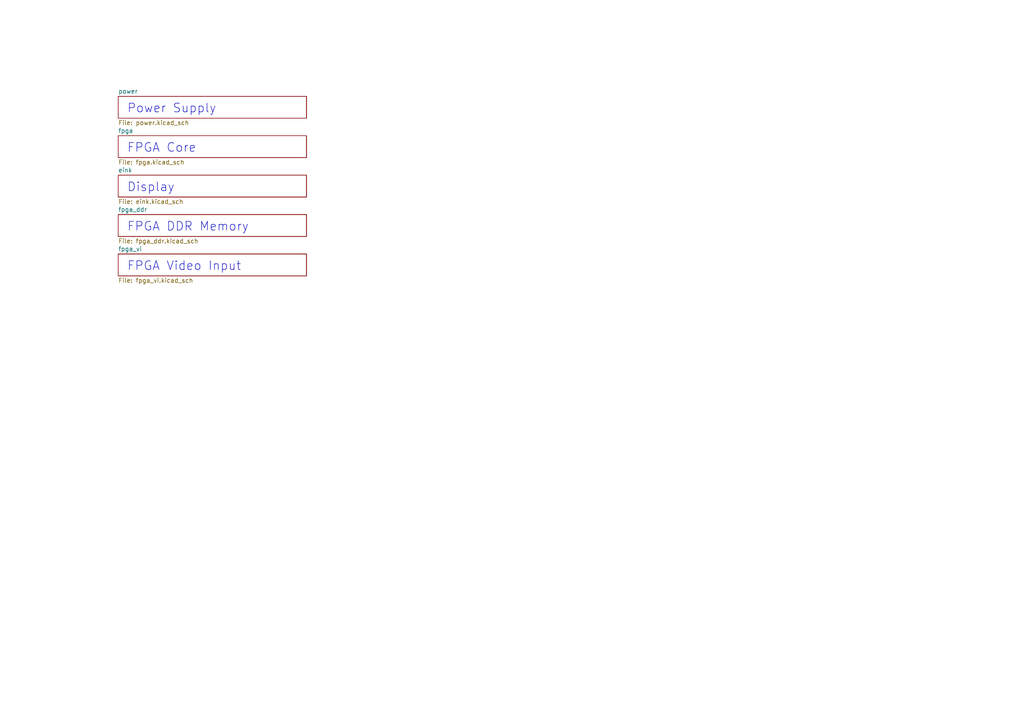
<source format=kicad_sch>
(kicad_sch (version 20210621) (generator eeschema)
  (paper "A4")
  (lib_symbols)
  (text "Power Supply" (at 36.83 33.02 0) (effects (font (size 2.54 2.54)) (justify left bottom)))
  (text "FPGA Core" (at 36.83 44.45 0) (effects (font (size 2.54 2.54)) (justify left bottom)))
  (text "Display" (at 36.83 55.88 0) (effects (font (size 2.54 2.54)) (justify left bottom)))
  (text "FPGA DDR Memory" (at 36.83 67.31 0) (effects (font (size 2.54 2.54)) (justify left bottom)))
  (text "FPGA Video Input" (at 36.83 78.74 0) (effects (font (size 2.54 2.54)) (justify left bottom)))
  (sheet (at 34.29 50.8) (size 54.61 6.35) (stroke (width 0.1524))
    (property "Sheet name" "eink" (at 34.29 50.0884 0) (effects (justify left bottom)))
    (property "Sheet file" "eink.kicad_sch" (at 34.29 57.7346 0) (effects (justify left top)))
  )
  (sheet (at 34.29 39.37) (size 54.61 6.35) (stroke (width 0.1524))
    (property "Sheet name" "fpga" (at 34.29 38.6584 0) (effects (justify left bottom)))
    (property "Sheet file" "fpga.kicad_sch" (at 34.29 46.3046 0) (effects (justify left top)))
  )
  (sheet (at 34.29 62.23) (size 54.61 6.35) (stroke (width 0.1524))
    (property "Sheet name" "fpga_ddr" (at 34.29 61.5184 0) (effects (justify left bottom)))
    (property "Sheet file" "fpga_ddr.kicad_sch" (at 34.29 69.1646 0) (effects (justify left top)))
  )
  (sheet (at 34.29 73.66) (size 54.61 6.35) (stroke (width 0.1524))
    (property "Sheet name" "fpga_vi" (at 34.29 72.9484 0) (effects (justify left bottom)))
    (property "Sheet file" "fpga_vi.kicad_sch" (at 34.29 80.5946 0) (effects (justify left top)))
  )
  (sheet (at 34.29 27.94) (size 54.61 6.35) (stroke (width 0.1524))
    (property "Sheet name" "power" (at 34.29 27.2284 0) (effects (justify left bottom)))
    (property "Sheet file" "power.kicad_sch" (at 34.29 34.8746 0) (effects (justify left top)))
  )
)
</source>
